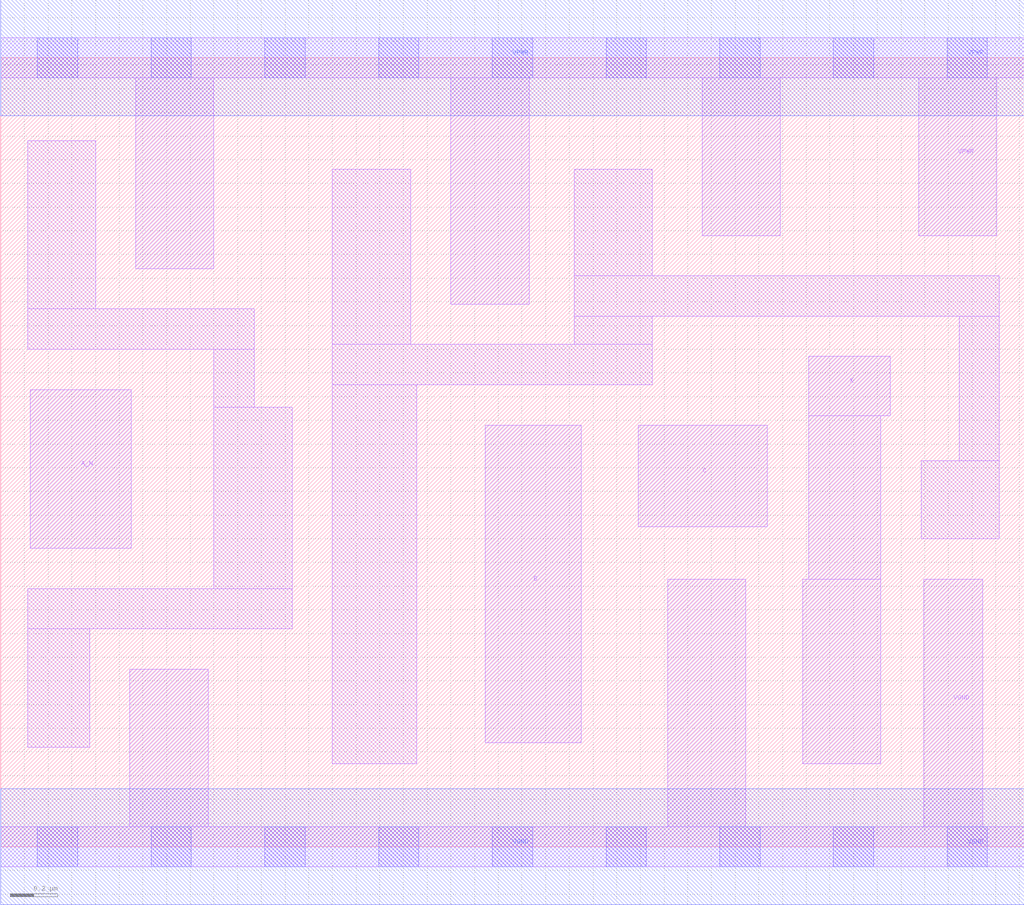
<source format=lef>
# Copyright 2020 The SkyWater PDK Authors
#
# Licensed under the Apache License, Version 2.0 (the "License");
# you may not use this file except in compliance with the License.
# You may obtain a copy of the License at
#
#     https://www.apache.org/licenses/LICENSE-2.0
#
# Unless required by applicable law or agreed to in writing, software
# distributed under the License is distributed on an "AS IS" BASIS,
# WITHOUT WARRANTIES OR CONDITIONS OF ANY KIND, either express or implied.
# See the License for the specific language governing permissions and
# limitations under the License.
#
# SPDX-License-Identifier: Apache-2.0

VERSION 5.7 ;
  NAMESCASESENSITIVE ON ;
  NOWIREEXTENSIONATPIN ON ;
  DIVIDERCHAR "/" ;
  BUSBITCHARS "[]" ;
UNITS
  DATABASE MICRONS 200 ;
END UNITS
MACRO sky130_fd_sc_ls__and3b_2
  CLASS CORE ;
  SOURCE USER ;
  FOREIGN sky130_fd_sc_ls__and3b_2 ;
  ORIGIN  0.000000  0.000000 ;
  SIZE  4.320000 BY  3.330000 ;
  SYMMETRY X Y ;
  SITE unit ;
  PIN A_N
    ANTENNAGATEAREA  0.208500 ;
    DIRECTION INPUT ;
    USE SIGNAL ;
    PORT
      LAYER li1 ;
        RECT 0.125000 1.260000 0.550000 1.930000 ;
    END
  END A_N
  PIN B
    ANTENNAGATEAREA  0.261000 ;
    DIRECTION INPUT ;
    USE SIGNAL ;
    PORT
      LAYER li1 ;
        RECT 2.045000 0.440000 2.450000 1.780000 ;
    END
  END B
  PIN C
    ANTENNAGATEAREA  0.261000 ;
    DIRECTION INPUT ;
    USE SIGNAL ;
    PORT
      LAYER li1 ;
        RECT 2.690000 1.350000 3.235000 1.780000 ;
    END
  END C
  PIN X
    ANTENNADIFFAREA  0.560000 ;
    DIRECTION OUTPUT ;
    USE SIGNAL ;
    PORT
      LAYER li1 ;
        RECT 3.385000 0.350000 3.715000 1.130000 ;
        RECT 3.410000 1.130000 3.715000 1.820000 ;
        RECT 3.410000 1.820000 3.755000 2.070000 ;
    END
  END X
  PIN VGND
    DIRECTION INOUT ;
    SHAPE ABUTMENT ;
    USE GROUND ;
    PORT
      LAYER li1 ;
        RECT 0.000000 -0.085000 4.320000 0.085000 ;
        RECT 0.545000  0.085000 0.875000 0.750000 ;
        RECT 2.815000  0.085000 3.145000 1.130000 ;
        RECT 3.895000  0.085000 4.145000 1.130000 ;
      LAYER mcon ;
        RECT 0.155000 -0.085000 0.325000 0.085000 ;
        RECT 0.635000 -0.085000 0.805000 0.085000 ;
        RECT 1.115000 -0.085000 1.285000 0.085000 ;
        RECT 1.595000 -0.085000 1.765000 0.085000 ;
        RECT 2.075000 -0.085000 2.245000 0.085000 ;
        RECT 2.555000 -0.085000 2.725000 0.085000 ;
        RECT 3.035000 -0.085000 3.205000 0.085000 ;
        RECT 3.515000 -0.085000 3.685000 0.085000 ;
        RECT 3.995000 -0.085000 4.165000 0.085000 ;
      LAYER met1 ;
        RECT 0.000000 -0.245000 4.320000 0.245000 ;
    END
  END VGND
  PIN VPWR
    DIRECTION INOUT ;
    SHAPE ABUTMENT ;
    USE POWER ;
    PORT
      LAYER li1 ;
        RECT 0.000000 3.245000 4.320000 3.415000 ;
        RECT 0.570000 2.440000 0.900000 3.245000 ;
        RECT 1.900000 2.290000 2.230000 3.245000 ;
        RECT 2.960000 2.580000 3.290000 3.245000 ;
        RECT 3.875000 2.580000 4.205000 3.245000 ;
      LAYER mcon ;
        RECT 0.155000 3.245000 0.325000 3.415000 ;
        RECT 0.635000 3.245000 0.805000 3.415000 ;
        RECT 1.115000 3.245000 1.285000 3.415000 ;
        RECT 1.595000 3.245000 1.765000 3.415000 ;
        RECT 2.075000 3.245000 2.245000 3.415000 ;
        RECT 2.555000 3.245000 2.725000 3.415000 ;
        RECT 3.035000 3.245000 3.205000 3.415000 ;
        RECT 3.515000 3.245000 3.685000 3.415000 ;
        RECT 3.995000 3.245000 4.165000 3.415000 ;
      LAYER met1 ;
        RECT 0.000000 3.085000 4.320000 3.575000 ;
    END
  END VPWR
  OBS
    LAYER li1 ;
      RECT 0.115000 0.420000 0.375000 0.920000 ;
      RECT 0.115000 0.920000 1.230000 1.090000 ;
      RECT 0.115000 2.100000 1.070000 2.270000 ;
      RECT 0.115000 2.270000 0.400000 2.980000 ;
      RECT 0.900000 1.090000 1.230000 1.855000 ;
      RECT 0.900000 1.855000 1.070000 2.100000 ;
      RECT 1.400000 0.350000 1.755000 1.950000 ;
      RECT 1.400000 1.950000 2.750000 2.120000 ;
      RECT 1.400000 2.120000 1.730000 2.860000 ;
      RECT 2.420000 2.120000 2.750000 2.240000 ;
      RECT 2.420000 2.240000 4.215000 2.410000 ;
      RECT 2.420000 2.410000 2.750000 2.860000 ;
      RECT 3.885000 1.300000 4.215000 1.630000 ;
      RECT 4.045000 1.630000 4.215000 2.240000 ;
  END
END sky130_fd_sc_ls__and3b_2

</source>
